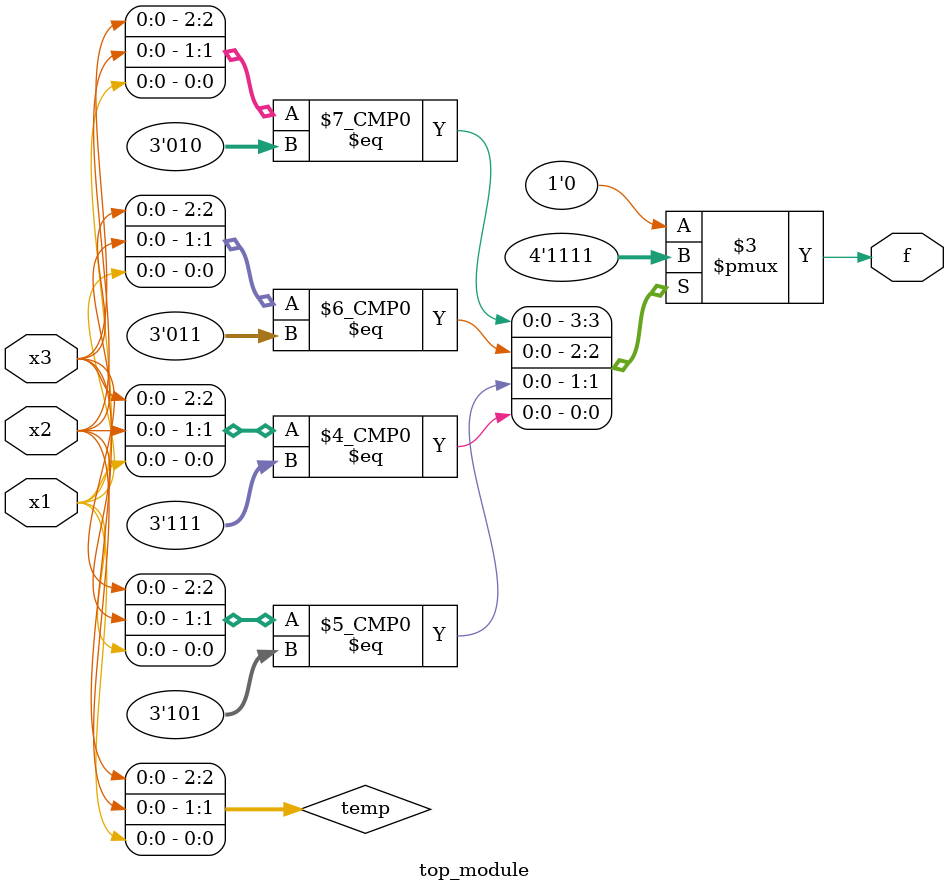
<source format=v>
module top_module( 
    input x3,
    input x2,
    input x1,  // three inputs
    output f   // one output
);
    wire [2:0] temp = {x3,x2,x1};
    always@(*)begin 
        case(temp)
           3'd2:f<=1'b1;
           3'd3:f<=1'b1;
           3'd5:f<=1'b1;
           3'd7:f<=1'b1;
           default:f<=1'b0;
        endcase
    end
    
    

endmodule

</source>
